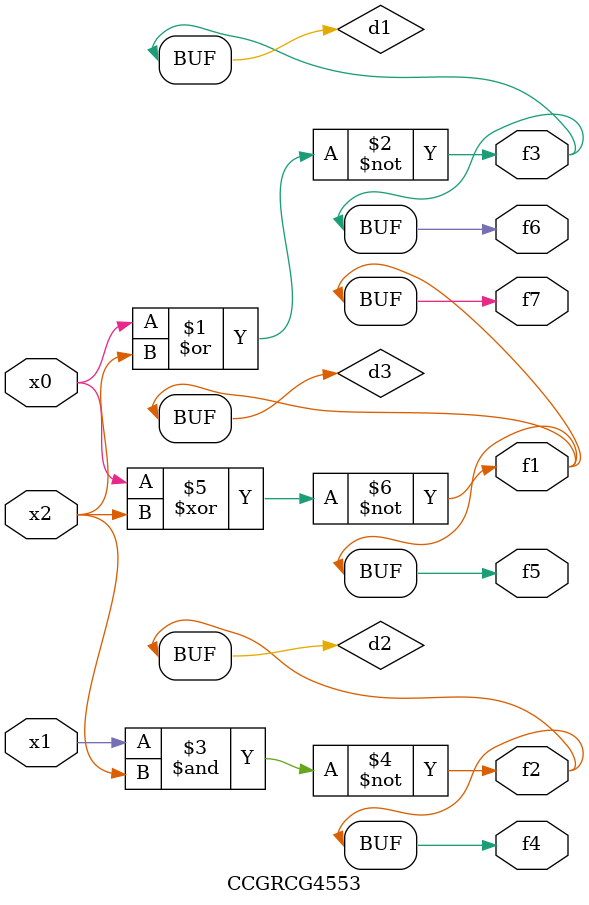
<source format=v>
module CCGRCG4553(
	input x0, x1, x2,
	output f1, f2, f3, f4, f5, f6, f7
);

	wire d1, d2, d3;

	nor (d1, x0, x2);
	nand (d2, x1, x2);
	xnor (d3, x0, x2);
	assign f1 = d3;
	assign f2 = d2;
	assign f3 = d1;
	assign f4 = d2;
	assign f5 = d3;
	assign f6 = d1;
	assign f7 = d3;
endmodule

</source>
